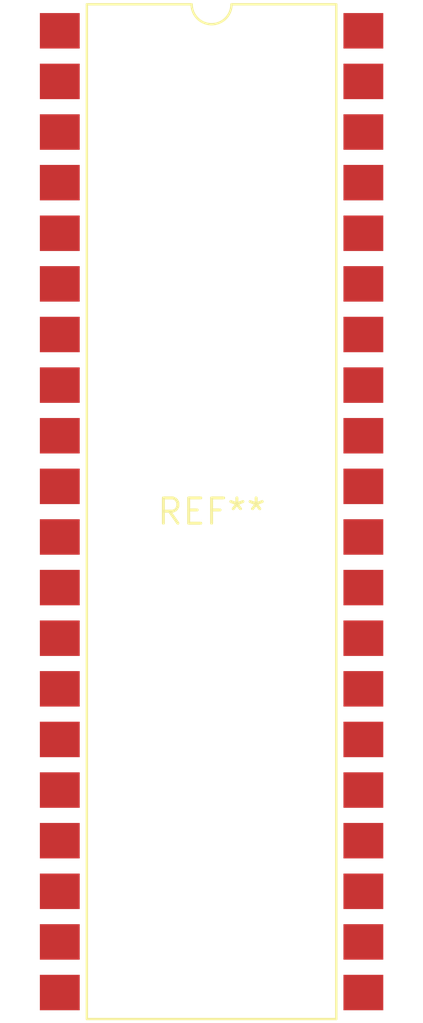
<source format=kicad_pcb>
(kicad_pcb (version 20240108) (generator pcbnew)
  (layers (0 "F.Cu" signal) (31 "B.Cu" signal) (34 "B.Paste" user) (35 "F.Paste" user) (36 "B.SilkS" user "B.Silkscreen") (37 "F.SilkS" user "F.Silkscreen") (38 "B.Mask" user) (39 "F.Mask" user) (44 "Edge.Cuts" user))
  (net 0 "")
  (footprint "SMDIP-40_W15.24mm" (layer "F.Cu") (at 0 0)
    (property "Reference" "REF**")
    (property "Value" "SMDIP-40_W15.24mm")
    (fp_line (start -6.26 -25.46) (end -6.26 25.46) (layer "F.SilkS") (stroke (width 0.12)))
    (fp_line (start -6.26 25.46) (end 6.26 25.46) (layer "F.SilkS") (stroke (width 0.12)))
    (fp_line (start -1 -25.46) (end -6.26 -25.46) (layer "F.SilkS") (stroke (width 0.12)))
    (fp_line (start 6.26 -25.46) (end 1 -25.46) (layer "F.SilkS") (stroke (width 0.12)))
    (fp_line (start 6.26 25.46) (end 6.26 -25.46) (layer "F.SilkS") (stroke (width 0.12)))
    (fp_arc (start 1 -25.46) (mid 0 -24.46) (end -1 -25.46) (layer "F.SilkS") (stroke (width 0.12)))
    (pad "1" smd rect (at -7.62 -24.13) (size 2 1.78) (layers "F.Cu" "F.Paste" "F.Mask"))
    (pad "2" smd rect (at -7.62 -21.59) (size 2 1.78) (layers "F.Cu" "F.Paste" "F.Mask"))
    (pad "3" smd rect (at -7.62 -19.05) (size 2 1.78) (layers "F.Cu" "F.Paste" "F.Mask"))
    (pad "4" smd rect (at -7.62 -16.51) (size 2 1.78) (layers "F.Cu" "F.Paste" "F.Mask"))
    (pad "5" smd rect (at -7.62 -13.97) (size 2 1.78) (layers "F.Cu" "F.Paste" "F.Mask"))
    (pad "6" smd rect (at -7.62 -11.43) (size 2 1.78) (layers "F.Cu" "F.Paste" "F.Mask"))
    (pad "7" smd rect (at -7.62 -8.89) (size 2 1.78) (layers "F.Cu" "F.Paste" "F.Mask"))
    (pad "8" smd rect (at -7.62 -6.35) (size 2 1.78) (layers "F.Cu" "F.Paste" "F.Mask"))
    (pad "9" smd rect (at -7.62 -3.81) (size 2 1.78) (layers "F.Cu" "F.Paste" "F.Mask"))
    (pad "10" smd rect (at -7.62 -1.27) (size 2 1.78) (layers "F.Cu" "F.Paste" "F.Mask"))
    (pad "11" smd rect (at -7.62 1.27) (size 2 1.78) (layers "F.Cu" "F.Paste" "F.Mask"))
    (pad "12" smd rect (at -7.62 3.81) (size 2 1.78) (layers "F.Cu" "F.Paste" "F.Mask"))
    (pad "13" smd rect (at -7.62 6.35) (size 2 1.78) (layers "F.Cu" "F.Paste" "F.Mask"))
    (pad "14" smd rect (at -7.62 8.89) (size 2 1.78) (layers "F.Cu" "F.Paste" "F.Mask"))
    (pad "15" smd rect (at -7.62 11.43) (size 2 1.78) (layers "F.Cu" "F.Paste" "F.Mask"))
    (pad "16" smd rect (at -7.62 13.97) (size 2 1.78) (layers "F.Cu" "F.Paste" "F.Mask"))
    (pad "17" smd rect (at -7.62 16.51) (size 2 1.78) (layers "F.Cu" "F.Paste" "F.Mask"))
    (pad "18" smd rect (at -7.62 19.05) (size 2 1.78) (layers "F.Cu" "F.Paste" "F.Mask"))
    (pad "19" smd rect (at -7.62 21.59) (size 2 1.78) (layers "F.Cu" "F.Paste" "F.Mask"))
    (pad "20" smd rect (at -7.62 24.13) (size 2 1.78) (layers "F.Cu" "F.Paste" "F.Mask"))
    (pad "21" smd rect (at 7.62 24.13) (size 2 1.78) (layers "F.Cu" "F.Paste" "F.Mask"))
    (pad "22" smd rect (at 7.62 21.59) (size 2 1.78) (layers "F.Cu" "F.Paste" "F.Mask"))
    (pad "23" smd rect (at 7.62 19.05) (size 2 1.78) (layers "F.Cu" "F.Paste" "F.Mask"))
    (pad "24" smd rect (at 7.62 16.51) (size 2 1.78) (layers "F.Cu" "F.Paste" "F.Mask"))
    (pad "25" smd rect (at 7.62 13.97) (size 2 1.78) (layers "F.Cu" "F.Paste" "F.Mask"))
    (pad "26" smd rect (at 7.62 11.43) (size 2 1.78) (layers "F.Cu" "F.Paste" "F.Mask"))
    (pad "27" smd rect (at 7.62 8.89) (size 2 1.78) (layers "F.Cu" "F.Paste" "F.Mask"))
    (pad "28" smd rect (at 7.62 6.35) (size 2 1.78) (layers "F.Cu" "F.Paste" "F.Mask"))
    (pad "29" smd rect (at 7.62 3.81) (size 2 1.78) (layers "F.Cu" "F.Paste" "F.Mask"))
    (pad "30" smd rect (at 7.62 1.27) (size 2 1.78) (layers "F.Cu" "F.Paste" "F.Mask"))
    (pad "31" smd rect (at 7.62 -1.27) (size 2 1.78) (layers "F.Cu" "F.Paste" "F.Mask"))
    (pad "32" smd rect (at 7.62 -3.81) (size 2 1.78) (layers "F.Cu" "F.Paste" "F.Mask"))
    (pad "33" smd rect (at 7.62 -6.35) (size 2 1.78) (layers "F.Cu" "F.Paste" "F.Mask"))
    (pad "34" smd rect (at 7.62 -8.89) (size 2 1.78) (layers "F.Cu" "F.Paste" "F.Mask"))
    (pad "35" smd rect (at 7.62 -11.43) (size 2 1.78) (layers "F.Cu" "F.Paste" "F.Mask"))
    (pad "36" smd rect (at 7.62 -13.97) (size 2 1.78) (layers "F.Cu" "F.Paste" "F.Mask"))
    (pad "37" smd rect (at 7.62 -16.51) (size 2 1.78) (layers "F.Cu" "F.Paste" "F.Mask"))
    (pad "38" smd rect (at 7.62 -19.05) (size 2 1.78) (layers "F.Cu" "F.Paste" "F.Mask"))
    (pad "39" smd rect (at 7.62 -21.59) (size 2 1.78) (layers "F.Cu" "F.Paste" "F.Mask"))
    (pad "40" smd rect (at 7.62 -24.13) (size 2 1.78) (layers "F.Cu" "F.Paste" "F.Mask"))
  )
)
</source>
